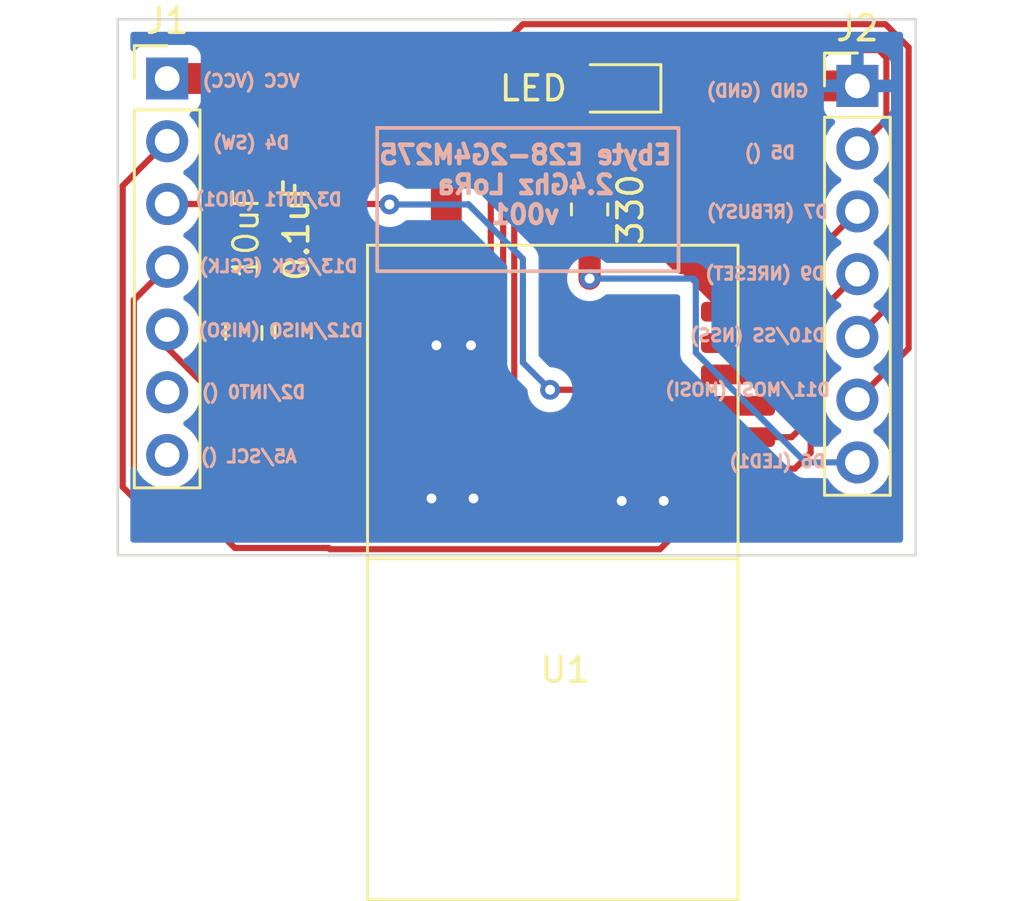
<source format=kicad_pcb>
(kicad_pcb (version 20211014) (generator pcbnew)
  (layers (0 "F.Cu" signal) (31 "B.Cu" signal) (34 "B.Paste" user) (35 "F.Paste" user) (36 "B.SilkS" user "B.Silkscreen") (37 "F.SilkS" user "F.Silkscreen") (38 "B.Mask" user) (39 "F.Mask" user) (44 "Edge.Cuts" user))
  (net 0 "")
  (net 1 "VCC")
  (net 2 "GND")
  (net 3 "Net-(D1-Pad2)")
  (net 4 "D4")
  (net 5 "D3")
  (net 6 "D13{slash}SCK")
  (net 7 "D12{slash}MISO")
  (net 8 "D2{slash}INT0")
  (net 9 "A5{slash}SCL")
  (net 10 "D5")
  (net 11 "D7")
  (net 12 "D9")
  (net 13 "D10{slash}SS")
  (net 14 "D11{slash}MOSI")
  (net 15 "D6")
  (footprint "MyGlobalLibrary:E28-2G4M27S" (layer "F.Cu") (at 147.80947 87.74)
    (fp_text reference "U1" (at 8 14.5 unlocked) (layer "F.SilkS"))
    (fp_text value "E28-2G4M27S_LoRa")
    (fp_line (start 0 10) (end 15 10) (layer "F.SilkS") (width 0.12))
    (fp_rect (start 0 -2.69) (end 15 23.81) (layer "F.SilkS") (width 0.12) (fill none))
    (pad "1" smd roundrect (at 0 0) (size 3 0.8) (layers "F.Cu" "F.Paste" "F.Mask") (net 1 "VCC"))
    (pad "2" smd roundrect (at 0 1.27) (size 3 0.8) (layers "F.Cu" "F.Paste" "F.Mask") (net 2 "GND"))
    (pad "3" smd roundrect (at 0 2.54) (size 3 0.8) (layers "F.Cu" "F.Paste" "F.Mask") (net 7 "D12{slash}MISO"))
    (pad "4" smd roundrect (at 0 3.81) (size 3 0.8) (layers "F.Cu" "F.Paste" "F.Mask") (net 14 "D11{slash}MOSI"))
    (pad "5" smd roundrect (at 0 5.08) (size 3 0.8) (layers "F.Cu" "F.Paste" "F.Mask") (net 6 "D13{slash}SCK"))
    (pad "6" smd roundrect (at 0 6.35) (size 3 0.8) (layers "F.Cu" "F.Paste" "F.Mask") (net 13 "D10{slash}SS"))
    (pad "7" smd roundrect (at -0.018939 7.607679) (size 3 0.8) (layers "F.Cu" "F.Paste" "F.Mask") (net 2 "GND"))
    (pad "8" smd roundrect (at 0 8.89) (size 3 0.8) (layers "F.Cu" "F.Paste" "F.Mask") (net 10 "D5"))
    (pad "9" smd roundrect (at 15 8.89) (size 3 0.8) (layers "F.Cu" "F.Paste" "F.Mask") (net 4 "D4"))
    (pad "10" smd roundrect (at 14.981061 7.607679) (size 3 0.8) (layers "F.Cu" "F.Paste" "F.Mask") (net 2 "GND"))
    (pad "11" smd roundrect (at 15 6.35) (size 3 0.8) (layers "F.Cu" "F.Paste" "F.Mask") (net 12 "D9"))
    (pad "12" smd roundrect (at 15 5.08) (size 3 0.8) (layers "F.Cu" "F.Paste" "F.Mask") (net 11 "D7"))
    (pad "13" smd roundrect (at 15 3.81) (size 3 0.8) (layers "F.Cu" "F.Paste" "F.Mask") (net 5 "D3"))
    (pad "14" smd roundrect (at 15 2.54) (size 3 0.8) (layers "F.Cu" "F.Paste" "F.Mask"))
    (pad "15" smd roundrect (at 15 1.27) (size 3 0.8) (layers "F.Cu" "F.Paste" "F.Mask"))
    (pad "16" smd roundrect (at 15 0) (size 3 0.8) (layers "F.Cu" "F.Paste" "F.Mask") (net 2 "GND"))
  )
  (footprint "Capacitor_SMD:C_0805_2012Metric_Pad1.18x1.45mm_HandSolder" (layer "F.Cu") (at 144.8 88.5375 -90)
    (fp_text reference "C1" hide)
    (fp_text value "0.1uF" (at -4.1175 -0.13 90) (layer "F.SilkS"))
    (fp_line (start -0.261252 -0.735) (end 0.261252 -0.735) (layer "F.SilkS") (width 0.12))
    (fp_line (start -0.261252 0.735) (end 0.261252 0.735) (layer "F.SilkS") (width 0.12))
    (pad "1" smd roundrect (at -1.0375 0 270) (size 1.175 1.45) (layers "F.Cu" "F.Paste" "F.Mask") (roundrect_rratio 0.2127659574) (net 1 "VCC"))
    (pad "2" smd roundrect (at 1.0375 0 270) (size 1.175 1.45) (layers "F.Cu" "F.Paste" "F.Mask") (roundrect_rratio 0.2127659574) (net 2 "GND"))
  )
  (footprint "Capacitor_SMD:C_0805_2012Metric_Pad1.18x1.45mm_HandSolder" (layer "F.Cu") (at 142.8 88.6 -90)
    (fp_text reference "C2" hide)
    (fp_text value "10uF" (at -4.03 -0.09 90) (layer "F.SilkS") (effects (font (thickness 0.125))))
    (fp_line (start -0.261252 -0.735) (end 0.261252 -0.735) (layer "F.SilkS") (width 0.12))
    (fp_line (start -0.261252 0.735) (end 0.261252 0.735) (layer "F.SilkS") (width 0.12))
    (pad "1" smd roundrect (at -1.0375 0 270) (size 1.175 1.45) (layers "F.Cu" "F.Paste" "F.Mask") (roundrect_rratio 0.2127659574) (net 1 "VCC"))
    (pad "2" smd roundrect (at 1.0375 0 270) (size 1.175 1.45) (layers "F.Cu" "F.Paste" "F.Mask") (roundrect_rratio 0.2127659574) (net 2 "GND"))
  )
  (footprint "Connector_PinHeader_2.54mm:PinHeader_1x07_P2.54mm_Vertical" (layer "F.Cu") (at 139.7 78.3)
    (fp_text reference "J1" (at 0 -2.33) (layer "F.SilkS"))
    (fp_text value "Conn_01x07_Male")
    (fp_line (start -1.33 0) (end -1.33 -1.33) (layer "F.SilkS") (width 0.12))
    (fp_line (start -1.33 1.27) (end -1.33 16.57) (layer "F.SilkS") (width 0.12))
    (fp_line (start -1.33 -1.33) (end 0 -1.33) (layer "F.SilkS") (width 0.12))
    (fp_line (start 1.33 1.27) (end 1.33 16.57) (layer "F.SilkS") (width 0.12))
    (fp_line (start -1.33 16.57) (end 1.33 16.57) (layer "F.SilkS") (width 0.12))
    (fp_line (start -1.33 1.27) (end 1.33 1.27) (layer "F.SilkS") (width 0.12))
    (pad "1" thru_hole rect (at 0 0) (size 1.7 1.7) (drill 1) (layers *.Cu *.Mask) (net 1 "VCC"))
    (pad "2" thru_hole oval (at 0 2.54) (size 1.7 1.7) (drill 1) (layers *.Cu *.Mask) (net 4 "D4"))
    (pad "3" thru_hole oval (at 0 5.08) (size 1.7 1.7) (drill 1) (layers *.Cu *.Mask) (net 5 "D3"))
    (pad "4" thru_hole oval (at 0 7.62) (size 1.7 1.7) (drill 1) (layers *.Cu *.Mask) (net 6 "D13{slash}SCK"))
    (pad "5" thru_hole oval (at 0 10.16) (size 1.7 1.7) (drill 1) (layers *.Cu *.Mask) (net 7 "D12{slash}MISO"))
    (pad "6" thru_hole oval (at 0 12.7) (size 1.7 1.7) (drill 1) (layers *.Cu *.Mask) (net 8 "D2{slash}INT0"))
    (pad "7" thru_hole oval (at 0 15.24) (size 1.7 1.7) (drill 1) (layers *.Cu *.Mask) (net 9 "A5{slash}SCL"))
  )
  (footprint "Connector_PinHeader_2.54mm:PinHeader_1x07_P2.54mm_Vertical" (layer "F.Cu") (at 167.64 78.6)
    (fp_text reference "J2" (at 0 -2.33) (layer "F.SilkS"))
    (fp_text value "Conn_01x07_Male")
    (fp_line (start 1.33 1.27) (end 1.33 16.57) (layer "F.SilkS") (width 0.12))
    (fp_line (start -1.33 1.27) (end -1.33 16.57) (layer "F.SilkS") (width 0.12))
    (fp_line (start -1.33 16.57) (end 1.33 16.57) (layer "F.SilkS") (width 0.12))
    (fp_line (start -1.33 1.27) (end 1.33 1.27) (layer "F.SilkS") (width 0.12))
    (fp_line (start -1.33 -1.33) (end 0 -1.33) (layer "F.SilkS") (width 0.12))
    (fp_line (start -1.33 0) (end -1.33 -1.33) (layer "F.SilkS") (width 0.12))
    (pad "1" thru_hole rect (at 0 0) (size 1.7 1.7) (drill 1) (layers *.Cu *.Mask) (net 2 "GND"))
    (pad "2" thru_hole oval (at 0 2.54) (size 1.7 1.7) (drill 1) (layers *.Cu *.Mask) (net 10 "D5"))
    (pad "3" thru_hole oval (at 0 5.08) (size 1.7 1.7) (drill 1) (layers *.Cu *.Mask) (net 11 "D7"))
    (pad "4" thru_hole oval (at 0 7.62) (size 1.7 1.7) (drill 1) (layers *.Cu *.Mask) (net 12 "D9"))
    (pad "5" thru_hole oval (at 0 10.16) (size 1.7 1.7) (drill 1) (layers *.Cu *.Mask) (net 13 "D10{slash}SS"))
    (pad "6" thru_hole oval (at 0 12.7) (size 1.7 1.7) (drill 1) (layers *.Cu *.Mask) (net 14 "D11{slash}MOSI"))
    (pad "7" thru_hole oval (at 0 15.24) (size 1.7 1.7) (drill 1) (layers *.Cu *.Mask) (net 15 "D6"))
  )
  (footprint "Resistor_SMD:R_0805_2012Metric_Pad1.20x1.40mm_HandSolder" (layer "F.Cu") (at 156.8 83.6 90)
    (fp_text reference "R1" hide)
    (fp_text value "330" (at 0 1.65 90) (layer "F.SilkS"))
    (fp_line (start -0.227064 -0.735) (end 0.227064 -0.735) (layer "F.SilkS") (width 0.12))
    (fp_line (start -0.227064 0.735) (end 0.227064 0.735) (layer "F.SilkS") (width 0.12))
    (pad "1" smd roundrect (at -1 0 90) (size 1.2 1.4) (layers "F.Cu" "F.Paste" "F.Mask") (roundrect_rratio 0.2083333333) (net 15 "D6"))
    (pad "2" smd roundrect (at 1 0 90) (size 1.2 1.4) (layers "F.Cu" "F.Paste" "F.Mask") (roundrect_rratio 0.2083333333) (net 3 "Net-(D1-Pad2)"))
  )
  (footprint "LED_SMD:LED_0805_2012Metric_Pad1.15x1.40mm_HandSolder" (layer "F.Cu") (at 157.825 78.7 180)
    (fp_text reference "D1" hide)
    (fp_text value "LED" (at 3.3 0) (layer "F.SilkS"))
    (fp_line (start 1 -0.96) (end -1.86 -0.96) (layer "F.SilkS") (width 0.12))
    (fp_line (start -1.86 0.96) (end 1 0.96) (layer "F.SilkS") (width 0.12))
    (fp_line (start -1.86 -0.96) (end -1.86 0.96) (layer "F.SilkS") (width 0.12))
    (pad "1" smd roundrect (at -1.025 0 180) (size 1.15 1.4) (layers "F.Cu" "F.Paste" "F.Mask") (roundrect_rratio 0.2173913043) (net 2 "GND"))
    (pad "2" smd roundrect (at 1.025 0 180) (size 1.15 1.4) (layers "F.Cu" "F.Paste" "F.Mask") (roundrect_rratio 0.2173913043) (net 3 "Net-(D1-Pad2)"))
  )
  (gr_rect (start 148.2 80.3) (end 160.4 86.1) (layer "B.SilkS") (width 0.15) (fill none))
  (gr_rect (start 137.7 75.9) (end 170 97.6) (layer "Edge.Cuts") (width 0.1) (fill none))
  (gr_text "Ebyte E28-2G4M275\n2.4Ghz LoRa\nv001" (at 154.2 82.6) (layer "B.SilkS") (effects (font (size 0.75 0.75) (thickness 0.1875)) (justify mirror)))
  (gr_text "VCC (VCC)" (at 143.1 78.4) (layer "B.SilkS") (effects (font (size 0.5 0.5) (thickness 0.125)) (justify mirror)))
  (gr_text "GND (GND)" (at 163.6 78.8) (layer "B.SilkS") (effects (font (size 0.5 0.5) (thickness 0.125)) (justify mirror)))
  (gr_text "D10/SS (NSS)" (at 163.6 88.7) (layer "B.SilkS") (effects (font (size 0.5 0.5) (thickness 0.125)) (justify mirror)))
  (gr_text "A5/SCL ()" (at 143 93.6) (layer "B.SilkS") (effects (font (size 0.5 0.5) (thickness 0.125)) (justify mirror)))
  (gr_text "D12/MISO (MISO)" (at 144.3 88.5) (layer "B.SilkS") (effects (font (size 0.5 0.5) (thickness 0.125)) (justify mirror)))
  (gr_text "D3/INT1 (DIO1)" (at 143.8 83.2) (layer "B.SilkS") (effects (font (size 0.5 0.5) (thickness 0.125)) (justify mirror)))
  (gr_text "D6 (LED1)" (at 164.4 93.8) (layer "B.SilkS") (effects (font (size 0.5 0.5) (thickness 0.125)) (justify mirror)))
  (gr_text "D4 (SW)" (at 143.1 80.9) (layer "B.SilkS") (effects (font (size 0.5 0.5) (thickness 0.125)) (justify mirror)))
  (gr_text "D13/SCK (SCLK)\n" (at 144.2 85.9) (layer "B.SilkS") (effects (font (size 0.5 0.5) (thickness 0.125)) (justify mirror)))
  (gr_text "D11/MOSI (MOSI)" (at 163.2 90.9) (layer "B.SilkS") (effects (font (size 0.5 0.5) (thickness 0.125)) (justify mirror)))
  (gr_text "D9 (NRESET)" (at 163.9 86.2) (layer "B.SilkS") (effects (font (size 0.5 0.5) (thickness 0.125)) (justify mirror)))
  (gr_text "D2/INT0 ()" (at 143.2 91) (layer "B.SilkS") (effects (font (size 0.5 0.5) (thickness 0.125)) (justify mirror)))
  (gr_text "D5 ()" (at 164.1 81.3) (layer "B.SilkS") (effects (font (size 0.5 0.5) (thickness 0.125)) (justify mirror)))
  (gr_text "D7 (RFBUSY)" (at 164 83.7) (layer "B.SilkS") (effects (font (size 0.5 0.5) (thickness 0.125)) (justify mirror)))
  (segment (start 151 85.4) (end 151 81.1) (width 1.25) (layer "F.Cu") (net 1))
  (segment (start 151 81.1) (end 148.2 78.3) (width 1.25) (layer "F.Cu") (net 1))
  (segment (start 145.04 87.74) (end 144.8 87.5) (width 0.25) (layer "F.Cu") (net 1))
  (segment (start 142.8 87.5625) (end 144.7375 87.5625) (width 0.9) (layer "F.Cu") (net 1))
  (segment (start 148.2 78.3) (end 139.7 78.3) (width 1.25) (layer "F.Cu") (net 1))
  (segment (start 148.66 87.74) (end 149.7 86.7) (width 0.75) (layer "F.Cu") (net 1))
  (segment (start 147.84947 87.7) (end 147.80947 87.74) (width 0.25) (layer "F.Cu") (net 1))
  (segment (start 147.80947 87.74) (end 148.66 87.74) (width 0.75) (layer "F.Cu") (net 1))
  (segment (start 149 87.7) (end 147.84947 87.7) (width 0.25) (layer "F.Cu") (net 1))
  (segment (start 149.7 86.7) (end 151 85.4) (width 1.25) (layer "F.Cu") (net 1))
  (segment (start 144.7375 87.5625) (end 144.8 87.5) (width 0.25) (layer "F.Cu") (net 1))
  (segment (start 147.80947 87.74) (end 145.04 87.74) (width 0.9) (layer "F.Cu") (net 1))
  (segment (start 145.365 89.01) (end 144.8 89.575) (width 0.25) (layer "F.Cu") (net 2))
  (segment (start 158.1 95.4) (end 162.73821 95.4) (width 0.25) (layer "F.Cu") (net 2))
  (segment (start 147.790531 95.347679) (end 152.052321 95.347679) (width 0.9) (layer "F.Cu") (net 2))
  (segment (start 144.7375 89.6375) (end 144.8 89.575) (width 0.25) (layer "F.Cu") (net 2))
  (segment (start 164.3 78.6) (end 160.4 82.5) (width 1.25) (layer "F.Cu") (net 2))
  (segment (start 158.925 78.7) (end 159.025 78.6) (width 1.25) (layer "F.Cu") (net 2))
  (segment (start 166.1 78.6) (end 164.3 78.6) (width 1.25) (layer "F.Cu") (net 2))
  (segment (start 152.052321 95.347679) (end 152.1 95.3) (width 0.25) (layer "F.Cu") (net 2))
  (segment (start 147.79947 89) (end 147.80947 89.01) (width 0.25) (layer "F.Cu") (net 2))
  (segment (start 147.80947 89.01) (end 145.365 89.01) (width 0.9) (layer "F.Cu") (net 2))
  (segment (start 147.80947 89.01) (end 151.91 89.01) (width 0.9) (layer "F.Cu") (net 2))
  (segment (start 160.4 85.4) (end 160.6 85.6) (width 1.25) (layer "F.Cu") (net 2))
  (segment (start 142.8 89.6375) (end 144.7375 89.6375) (width 0.9) (layer "F.Cu") (net 2))
  (segment (start 167.64 78.6) (end 166.1 78.6) (width 1.25) (layer "F.Cu") (net 2))
  (segment (start 160.4 85.4) (end 162.74 87.74) (width 0.9) (layer "F.Cu") (net 2))
  (segment (start 160.4 82.5) (end 160.4 85.4) (width 1.25) (layer "F.Cu") (net 2))
  (segment (start 144.2375 89.6375) (end 144.3 89.575) (width 0.25) (layer "F.Cu") (net 2))
  (segment (start 159.025 78.6) (end 165.9 78.6) (width 1.25) (layer "F.Cu") (net 2))
  (segment (start 162.73821 95.4) (end 162.790531 95.347679) (width 0.25) (layer "F.Cu") (net 2))
  (segment (start 151.91 89.01) (end 152 89.1) (width 0.25) (layer "F.Cu") (net 2))
  (segment (start 166 78.7) (end 166.1 78.6) (width 0.25) (layer "F.Cu") (net 2))
  (via (at 150.6 89.1) (size 0.8) (drill 0.4) (layers "F.Cu" "B.Cu") (net 2))
  (via (at 152.1 95.3) (size 0.8) (drill 0.4) (layers "F.Cu" "B.Cu") (net 2))
  (via (at 150.4 95.3) (size 0.8) (drill 0.4) (layers "F.Cu" "B.Cu") (net 2))
  (via (at 152 89.1) (size 0.8) (drill 0.4) (layers "F.Cu" "B.Cu") (net 2))
  (via (at 158.1 95.4) (size 0.8) (drill 0.4) (layers "F.Cu" "B.Cu") (net 2))
  (via (at 159.8 95.4) (size 0.8) (drill 0.4) (layers "F.Cu" "B.Cu") (net 2))
  (segment (start 156.8 82.6) (end 156.8 78.7) (width 0.25) (layer "F.Cu") (net 3))
  (segment (start 137.9 94.835717) (end 138.713803 95.64952) (width 0.25) (layer "F.Cu") (net 4))
  (segment (start 146.292207 97.35452) (end 159.64548 97.35452) (width 0.25) (layer "F.Cu") (net 4))
  (segment (start 139.7 80.84) (end 137.9 82.64) (width 0.25) (layer "F.Cu") (net 4))
  (segment (start 160.37 96.63) (end 162.80947 96.63) (width 0.25) (layer "F.Cu") (net 4))
  (segment (start 146.242207 97.30452) (end 146.292207 97.35452) (width 0.25) (layer "F.Cu") (net 4))
  (segment (start 138.713803 95.64952) (end 140.786198 95.64952) (width 0.25) (layer "F.Cu") (net 4))
  (segment (start 140.786198 95.64952) (end 142.441198 97.30452) (width 0.25) (layer "F.Cu") (net 4))
  (segment (start 142.441198 97.30452) (end 146.242207 97.30452) (width 0.25) (layer "F.Cu") (net 4))
  (segment (start 159.64548 97.35452) (end 160.37 96.63) (width 0.25) (layer "F.Cu") (net 4))
  (segment (start 137.9 82.64) (end 137.9 94.835717) (width 0.25) (layer "F.Cu") (net 4))
  (segment (start 155.2 90.9) (end 158.3 90.9) (width 0.25) (layer "F.Cu") (net 5))
  (segment (start 158.95 91.55) (end 162.80947 91.55) (width 0.25) (layer "F.Cu") (net 5))
  (segment (start 139.7 83.38) (end 148.68 83.38) (width 0.25) (layer "F.Cu") (net 5))
  (segment (start 148.68 83.38) (end 148.7 83.4) (width 0.25) (layer "F.Cu") (net 5))
  (segment (start 158.3 90.9) (end 158.95 91.55) (width 0.25) (layer "F.Cu") (net 5))
  (via (at 155.2 90.9) (size 0.8) (drill 0.4) (layers "F.Cu" "B.Cu") (net 5))
  (via (at 148.7 83.4) (size 0.8) (drill 0.4) (layers "F.Cu" "B.Cu") (net 5))
  (segment (start 154.1 85.6) (end 151.88 83.38) (width 0.25) (layer "B.Cu") (net 5))
  (segment (start 151.9 83.4) (end 152.3 83.8) (width 0.25) (layer "B.Cu") (net 5))
  (segment (start 154.1 89.8) (end 154.1 85.6) (width 0.25) (layer "B.Cu") (net 5))
  (segment (start 148.7 83.4) (end 151.9 83.4) (width 0.25) (layer "B.Cu") (net 5))
  (segment (start 155.2 90.9) (end 154.1 89.8) (width 0.25) (layer "B.Cu") (net 5))
  (segment (start 143.03 92.77) (end 146.2 92.77) (width 0.25) (layer "F.Cu") (net 6))
  (segment (start 139.7 85.92) (end 138.34952 87.27048) (width 0.25) (layer "F.Cu") (net 6))
  (segment (start 140.6 95.2) (end 143.03 92.77) (width 0.25) (layer "F.Cu") (net 6))
  (segment (start 138.34952 94.64952) (end 138.9 95.2) (width 0.25) (layer "F.Cu") (net 6))
  (segment (start 138.9 95.2) (end 140.6 95.2) (width 0.25) (layer "F.Cu") (net 6))
  (segment (start 138.34952 87.27048) (end 138.34952 94.64952) (width 0.25) (layer "F.Cu") (net 6))
  (segment (start 144.6 91.4) (end 141.9 91.4) (width 0.25) (layer "F.Cu") (net 7))
  (segment (start 139.7 89.2) (end 139.7 88.46) (width 0.25) (layer "F.Cu") (net 7))
  (segment (start 145.72 90.28) (end 144.6 91.4) (width 0.25) (layer "F.Cu") (net 7))
  (segment (start 147.80947 90.28) (end 145.72 90.28) (width 0.25) (layer "F.Cu") (net 7))
  (segment (start 141.9 91.4) (end 139.7 89.2) (width 0.25) (layer "F.Cu") (net 7))
  (segment (start 147.85947 96.58) (end 152.82 96.58) (width 0.25) (layer "F.Cu") (net 10))
  (segment (start 168.814511 77.459531) (end 168.814511 79.965489) (width 0.25) (layer "F.Cu") (net 10))
  (segment (start 153.74952 95.65048) (end 153.74952 79.75048) (width 0.25) (layer "F.Cu") (net 10))
  (segment (start 168.5045 77.14952) (end 168.814511 77.459531) (width 0.25) (layer "F.Cu") (net 10))
  (segment (start 147.80947 96.63) (end 147.85947 96.58) (width 0.25) (layer "F.Cu") (net 10))
  (segment (start 168.814511 79.965489) (end 167.64 81.14) (width 0.25) (layer "F.Cu") (net 10))
  (segment (start 152.82 96.58) (end 153.74952 95.65048) (width 0.25) (layer "F.Cu") (net 10))
  (segment (start 156.35048 77.14952) (end 168.5045 77.14952) (width 0.25) (layer "F.Cu") (net 10))
  (segment (start 153.74952 79.75048) (end 156.35048 77.14952) (width 0.25) (layer "F.Cu") (net 10))
  (segment (start 165.3 86.02) (end 167.64 83.68) (width 0.25) (layer "F.Cu") (net 11))
  (segment (start 164.98 92.82) (end 165.3 92.5) (width 0.25) (layer "F.Cu") (net 11))
  (segment (start 164.98 92.82) (end 162.80947 92.82) (width 0.25) (layer "F.Cu") (net 11))
  (segment (start 165.3 92.5) (end 165.3 86.02) (width 0.25) (layer "F.Cu") (net 11))
  (segment (start 165.11 94.09) (end 165.74952 93.45048) (width 0.25) (layer "F.Cu") (net 12))
  (segment (start 162.80947 94.09) (end 165.11 94.09) (width 0.25) (layer "F.Cu") (net 12))
  (segment (start 165.74952 88.11048) (end 167.64 86.22) (width 0.25) (layer "F.Cu") (net 12))
  (segment (start 165.74952 93.45048) (end 165.74952 88.11048) (width 0.25) (layer "F.Cu") (net 12))
  (segment (start 169.264031 87.135969) (end 169.264031 77.273333) (width 0.25) (layer "F.Cu") (net 13))
  (segment (start 152.01 94.09) (end 147.80947 94.09) (width 0.25) (layer "F.Cu") (net 13))
  (segment (start 153.3 78) (end 153.3 92.8) (width 0.25) (layer "F.Cu") (net 13))
  (segment (start 153.3 92.8) (end 152.01 94.09) (width 0.25) (layer "F.Cu") (net 13))
  (segment (start 154.6 76.7) (end 153.3 78) (width 0.25) (layer "F.Cu") (net 13))
  (segment (start 169.264031 77.273333) (end 168.690698 76.7) (width 0.25) (layer "F.Cu") (net 13))
  (segment (start 168.690698 76.7) (end 154.6 76.7) (width 0.25) (layer "F.Cu") (net 13))
  (segment (start 167.64 88.76) (end 169.264031 87.135969) (width 0.25) (layer "F.Cu") (net 13))
  (segment (start 169.713551 77.038571) (end 168.77498 76.1) (width 0.25) (layer "F.Cu") (net 14))
  (segment (start 168.77498 76.1) (end 154.1 76.1) (width 0.25) (layer "F.Cu") (net 14))
  (segment (start 167.64 91.3) (end 169.713551 89.226449) (width 0.25) (layer "F.Cu") (net 14))
  (segment (start 152.8 91.1) (end 152.4 91.5) (width 0.25) (layer "F.Cu") (net 14))
  (segment (start 147.85947 91.5) (end 147.80947 91.55) (width 0.25) (layer "F.Cu") (net 14))
  (segment (start 152.8 77.4) (end 152.8 91.1) (width 0.25) (layer "F.Cu") (net 14))
  (segment (start 152.4 91.5) (end 147.85947 91.5) (width 0.25) (layer "F.Cu") (net 14))
  (segment (start 154.1 76.1) (end 152.8 77.4) (width 0.25) (layer "F.Cu") (net 14))
  (segment (start 169.713551 89.226449) (end 169.713551 77.038571) (width 0.25) (layer "F.Cu") (net 14))
  (segment (start 156.8 86.4) (end 156.8 84.6) (width 0.9) (layer "F.Cu") (net 15))
  (via (at 156.8 86.4) (size 0.8) (drill 0.4) (layers "F.Cu" "B.Cu") (net 15))
  (segment (start 161.1 86.5) (end 161 86.4) (width 0.25) (layer "B.Cu") (net 15))
  (segment (start 161 86.4) (end 156.8 86.4) (width 0.25) (layer "B.Cu") (net 15))
  (segment (start 161.1 89.4) (end 161.1 86.5) (width 0.25) (layer "B.Cu") (net 15))
  (segment (start 167.64 93.84) (end 165.54 93.84) (width 0.25) (layer "B.Cu") (net 15))
  (segment (start 165.54 93.84) (end 161.1 89.4) (width 0.25) (layer "B.Cu") (net 15))
  (zone (net 2) (net_name "GND") (layer "B.Cu") (connect_pads (clearance 0.508)) (min_thickness 0.254) (fill yes (thermal_gap 0.508) (thermal_bridge_width 0.508))
    (polygon (pts (xy 169.7 97.6) (xy 138.1 97.6) (xy 138.1 76.2) (xy 169.7 76.2)))
  )
)
</source>
